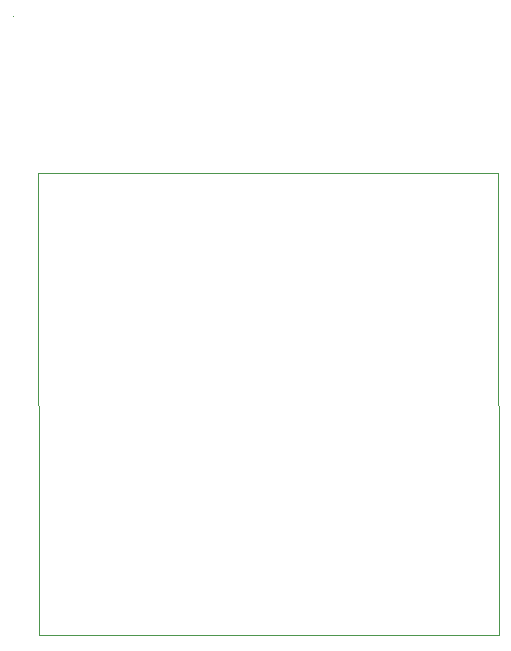
<source format=gbr>
G04 #@! TF.GenerationSoftware,KiCad,Pcbnew,5.1.7-a382d34a8~88~ubuntu18.04.1*
G04 #@! TF.CreationDate,2021-09-05T00:01:39+05:30*
G04 #@! TF.ProjectId,FrontEnd_HeavyDevice_v2,46726f6e-7445-46e6-945f-486561767944,rev?*
G04 #@! TF.SameCoordinates,Original*
G04 #@! TF.FileFunction,Other,User*
%FSLAX46Y46*%
G04 Gerber Fmt 4.6, Leading zero omitted, Abs format (unit mm)*
G04 Created by KiCad (PCBNEW 5.1.7-a382d34a8~88~ubuntu18.04.1) date 2021-09-05 00:01:39*
%MOMM*%
%LPD*%
G01*
G04 APERTURE LIST*
%ADD10C,0.100000*%
G04 APERTURE END LIST*
D10*
X95991680Y-79804260D02*
X134891780Y-79816960D01*
X134891780Y-79816960D02*
X134960360Y-118892320D01*
X93840300Y-66504820D02*
X93835220Y-66514980D01*
X96060260Y-118879620D02*
X134960360Y-118892320D01*
X95991680Y-79804260D02*
X96060260Y-118879620D01*
M02*

</source>
